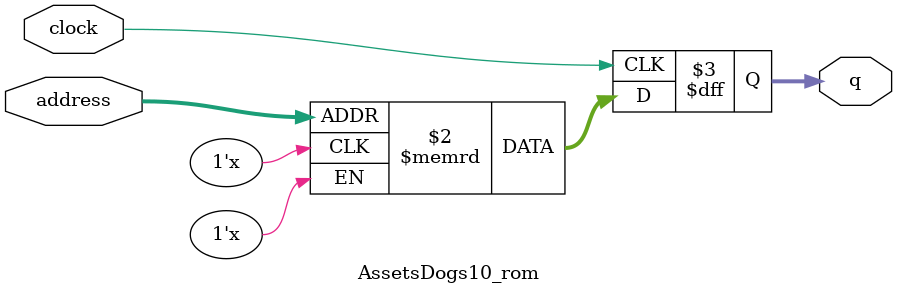
<source format=sv>
module AssetsDogs10_rom (
	input logic clock,
	input logic [13:0] address,
	output logic [3:0] q
);

logic [3:0] memory [0:10559] /* synthesis ram_init_file = "./AssetsDogs10/AssetsDogs10.mif" */;

always_ff @ (posedge clock) begin
	q <= memory[address];
end

endmodule

</source>
